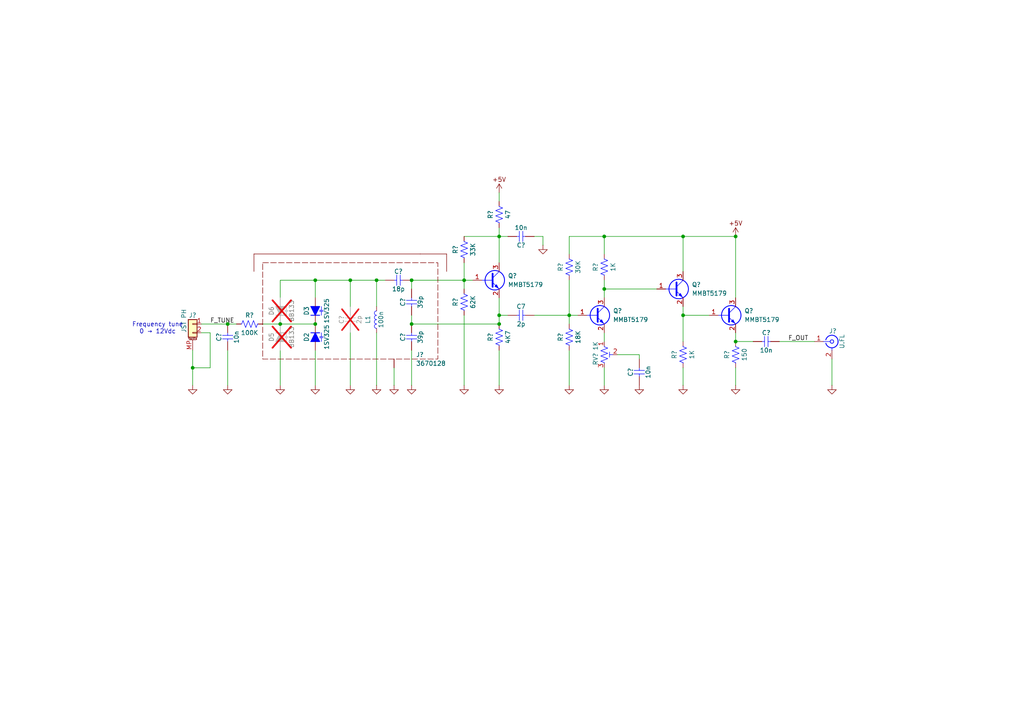
<source format=kicad_sch>
(kicad_sch (version 20250114) (generator "eeschema") (generator_version "9.0")
  (paper "A4")
  (title_block (title "Seiler VFO"))
  (lib_symbols
    (symbol "#gplm:cap/CAP-0000-0020" (pin_numbers (hide yes)) (pin_names (offset 0.254))
      (property "Reference" "C" (at 1.27 2.54 0))
      (property "Value" "2p" (at 1.27 -2.54 0))
      (symbol "cap/CAP-0000-0020_1_1"
        (polyline (pts (xy 0.762 0) (xy 0 0)) (stroke (width 0) (color 0 0 255 1)))
        (polyline (pts (xy 0.762 -1.524) (xy 0.762 1.524)) (stroke (width 0) (color 0 0 255 1)))
        (polyline (pts (xy 1.778 0) (xy 2.54 0)) (stroke (width 0) (color 0 0 255 1)))
        (polyline (pts (xy 1.778 -1.524) (xy 1.778 1.524)) (stroke (width 0) (color 0 0 255 1)))
        (pin passive line (at -2.54 0 0) (length 2.54) (name "~") (number "1"))
        (pin passive line (at 5.08 0 180) (length 2.54) (name "~") (number "2"))
      )
    )
    (symbol "#gplm:cap/CAP-0000-0103" (pin_numbers (hide yes)) (pin_names (offset 0.254))
      (property "Reference" "C" (at 1.27 2.54 0))
      (property "Value" "10n" (at 1.27 -2.54 0))
      (symbol "cap/CAP-0000-0103_1_1"
        (polyline (pts (xy 0.762 0) (xy 0 0)) (stroke (width 0) (color 0 0 255 1)))
        (polyline (pts (xy 0.762 -1.524) (xy 0.762 1.524)) (stroke (width 0) (color 0 0 255 1)))
        (polyline (pts (xy 1.778 0) (xy 2.54 0)) (stroke (width 0) (color 0 0 255 1)))
        (polyline (pts (xy 1.778 -1.524) (xy 1.778 1.524)) (stroke (width 0) (color 0 0 255 1)))
        (pin passive line (at -2.54 0 0) (length 2.54) (name "~") (number "1"))
        (pin passive line (at 5.08 0 180) (length 2.54) (name "~") (number "2"))
      )
    )
    (symbol "#gplm:cap/CAP-0000-0180" (pin_numbers (hide yes)) (pin_names (offset 0.254))
      (property "Reference" "C" (at 1.27 2.54 0))
      (property "Value" "18p" (at 1.27 -2.54 0))
      (symbol "cap/CAP-0000-0180_1_1"
        (polyline (pts (xy 0.762 0) (xy 0 0)) (stroke (width 0) (color 0 0 255 1)))
        (polyline (pts (xy 0.762 -1.524) (xy 0.762 1.524)) (stroke (width 0) (color 0 0 255 1)))
        (polyline (pts (xy 1.778 0) (xy 2.54 0)) (stroke (width 0) (color 0 0 255 1)))
        (polyline (pts (xy 1.778 -1.524) (xy 1.778 1.524)) (stroke (width 0) (color 0 0 255 1)))
        (pin passive line (at -2.54 0 0) (length 2.54) (name "~") (number "1"))
        (pin passive line (at 5.08 0 180) (length 2.54) (name "~") (number "2"))
      )
    )
    (symbol "#gplm:cap/CAP-0000-0390" (pin_numbers (hide yes)) (pin_names (offset 0.254))
      (property "Reference" "C" (at 1.27 2.54 0))
      (property "Value" "39p" (at 1.27 -2.54 0))
      (symbol "cap/CAP-0000-0390_1_1"
        (polyline (pts (xy 0.762 0) (xy 0 0)) (stroke (width 0) (color 0 0 255 1)))
        (polyline (pts (xy 0.762 -1.524) (xy 0.762 1.524)) (stroke (width 0) (color 0 0 255 1)))
        (polyline (pts (xy 1.778 0) (xy 2.54 0)) (stroke (width 0) (color 0 0 255 1)))
        (polyline (pts (xy 1.778 -1.524) (xy 1.778 1.524)) (stroke (width 0) (color 0 0 255 1)))
        (pin passive line (at -2.54 0 0) (length 2.54) (name "~") (number "1"))
        (pin passive line (at 5.08 0 180) (length 2.54) (name "~") (number "2"))
      )
    )
    (symbol "#gplm:con/CON-0000-0002" (pin_names (offset 1.016) (hide yes))
      (property "Reference" "J" (at 0 2.54 0))
      (property "Value" "JST PH" (at -2.54 -3.81 90))
      (symbol "con/CON-0000-0002_1_1"
        (polyline (pts (xy 1.016 -4.572) (xy -1.016 -4.572)) (stroke (width 0.1524)))
        (rectangle (start 1.27 1.27) (end -1.27 -3.81) (stroke (width 0.254)) (fill (type background)))
        (rectangle (start 1.27 0.127) (end 0 -0.127) (stroke (width 0.1524)))
        (rectangle (start 1.27 -2.413) (end 0 -2.667) (stroke (width 0.1524)))
        (text "Mounting" (at 0 -4.191 0) (effects (font (size 0.381 0.381))))
        (pin passive line (at 0 -7.62 90) (length 3.048) (name "MountPin") (number "MP"))
        (pin passive line (at 2.54 0 180) (length 1.27) (name "Pin_1") (number "1"))
        (pin passive line (at 2.54 -2.54 180) (length 1.27) (name "Pin_2") (number "2"))
      )
    )
    (symbol "#gplm:con/CON-0001-0000" (pin_names (offset 1.016) (hide yes))
      (property "Reference" "J" (at 0.254 3.048 0))
      (property "Value" "U.FL" (at 2.921 0 90))
      (symbol "con/CON-0001-0000_0_1"
        (polyline (pts (xy -2.54 0) (xy -0.508 0)) (stroke (width 0) (color 0 0 255 1)))
        (arc (start 1.778 0) (mid 0.222 -1.8079) (end -1.778 -0.508) (stroke (width 0.254) (color 0 0 255 1)))
        (arc (start -1.778 0.508) (mid 0.2221 1.8084) (end 1.778 0) (stroke (width 0.254) (color 0 0 255 1)))
        (circle (center 0 0) (radius 0.508) (stroke (width 0.2032) (color 0 0 255 1)))
        (polyline (pts (xy 0 -2.54) (xy 0 -1.778)) (stroke (width 0) (color 0 0 255 1)))
      )
      (symbol "con/CON-0001-0000_1_1"
        (pin passive line (at -5.08 0 0) (length 2.54) (name "In") (number "1"))
        (pin passive line (at 0 -5.08 90) (length 2.54) (name "Ext") (number "2"))
      )
    )
    (symbol "#gplm:dio/DIO-0000-0001" (pin_numbers (hide yes)) (pin_names (offset 1.016) (hide yes))
      (property "Reference" "D" (at 1.27 2.54 0))
      (property "Value" "1SV325" (at 1.27 -3.302 0))
      (symbol "dio/DIO-0000-0001_0_1"
        (polyline (pts (xy 0 1.27) (xy 0 -1.27)) (stroke (width 0.254) (color 0 0 255 1)))
        (polyline (pts (xy 0 0) (xy 2.54 0)) (stroke (width 0) (color 0 0 255 1)))
        (polyline (pts (xy 0 -1.778) (xy 1.1176 -1.778)) (stroke (width 0) (color 0 0 255 1)))
        (polyline (pts (xy 1.1176 -1.27) (xy 1.1176 -2.286)) (stroke (width 0) (color 0 0 255 1)))
        (polyline (pts (xy 1.4224 -1.27) (xy 1.4224 -2.286)) (stroke (width 0) (color 0 0 255 1)))
        (polyline (pts (xy 1.4224 -1.778) (xy 2.54 -1.778)) (stroke (width 0) (color 0 0 255 1)))
        (polyline (pts (xy 2.54 1.27) (xy 2.54 -1.27) (xy 0 0) (xy 2.54 1.27)) (stroke (width 0.254) (color 0 0 255 1)) (fill (type outline)))
      )
      (symbol "dio/DIO-0000-0001_1_1"
        (pin passive line (at -2.54 0 0) (length 2.54) (name "K") (number "1"))
        (pin passive line (at 5.08 0 180) (length 2.54) (name "A") (number "2"))
      )
    )
    (symbol "#gplm:dio/DIO-0000-0002" (pin_numbers (hide yes)) (pin_names (offset 1.016) (hide yes))
      (property "Reference" "D" (at 1.27 2.54 0))
      (property "Value" "BB133" (at 1.27 -3.302 0))
      (symbol "dio/DIO-0000-0002_0_1"
        (polyline (pts (xy 0 1.27) (xy 0 -1.27)) (stroke (width 0.254) (color 0 0 255 1)))
        (polyline (pts (xy 0 0) (xy 2.54 0)) (stroke (width 0) (color 0 0 255 1)))
        (polyline (pts (xy 0 -1.778) (xy 1.1176 -1.778)) (stroke (width 0) (color 0 0 255 1)))
        (polyline (pts (xy 1.1176 -1.27) (xy 1.1176 -2.286)) (stroke (width 0) (color 0 0 255 1)))
        (polyline (pts (xy 1.4224 -1.27) (xy 1.4224 -2.286)) (stroke (width 0) (color 0 0 255 1)))
        (polyline (pts (xy 1.4224 -1.778) (xy 2.54 -1.778)) (stroke (width 0) (color 0 0 255 1)))
        (polyline (pts (xy 2.54 1.27) (xy 2.54 -1.27) (xy 0 0) (xy 2.54 1.27)) (stroke (width 0.254) (color 0 0 255 1)) (fill (type outline)))
      )
      (symbol "dio/DIO-0000-0002_1_1"
        (pin passive line (at -2.54 0 0) (length 2.54) (name "K") (number "1"))
        (pin passive line (at 5.08 0 180) (length 2.54) (name "A") (number "2"))
      )
    )
    (symbol "#gplm:ind/IND-0000-0101" (pin_numbers (hide yes)) (pin_names (offset 1.016) (hide yes))
      (property "Reference" "L" (at 1.27 2.54 0))
      (property "Value" "100n" (at 1.27 -1.27 0))
      (symbol "ind/IND-0000-0101_0_1"
        (arc (start -1.27 0) (mid -0.635 0.6323) (end 0 0) (stroke (width 0) (color 0 0 255 1)))
        (arc (start 0 0) (mid 0.635 0.6323) (end 1.27 0) (stroke (width 0) (color 0 0 255 1)))
        (arc (start 1.27 0) (mid 1.905 0.6323) (end 2.54 0) (stroke (width 0) (color 0 0 255 1)))
        (arc (start 2.54 0) (mid 3.175 0.6323) (end 3.81 0) (stroke (width 0) (color 0 0 255 1)))
      )
      (symbol "ind/IND-0000-0101_1_1"
        (pin passive line (at -2.54 0 0) (length 1.27) (name "1") (number "1"))
        (pin passive line (at 5.08 0 180) (length 1.27) (name "2") (number "2"))
      )
    )
    (symbol "#gplm:res/RES-0000-0470" (pin_numbers (hide yes)) (pin_names (offset 0))
      (property "Reference" "R" (at 1.27 2.54 0))
      (property "Value" "47E" (at 1.27 -2.54 0))
      (symbol "res/RES-0000-0470_0_1"
        (polyline (pts (xy -1.016 0) (xy -1.27 0)) (stroke (width 0) (color 0 0 255 1)))
        (polyline (pts (xy -1.016 0) (xy -0.635 1.016) (xy -0.254 0) (xy 0.127 -1.016) (xy 0.508 0)) (stroke (width 0) (color 0 0 255 1)))
        (polyline (pts (xy 0.508 0) (xy 0.889 1.016) (xy 1.27 0) (xy 1.651 -1.016) (xy 2.032 0)) (stroke (width 0) (color 0 0 255 1)))
        (polyline (pts (xy 2.032 0) (xy 2.413 1.016) (xy 2.794 0) (xy 3.175 -1.016) (xy 3.556 0)) (stroke (width 0) (color 0 0 255 1)))
        (polyline (pts (xy 3.556 0) (xy 3.81 0)) (stroke (width 0) (color 0 0 255 1)))
      )
      (symbol "res/RES-0000-0470_1_1"
        (pin passive line (at -2.54 0 0) (length 1.27) (name "~") (number "1"))
        (pin passive line (at 5.08 0 180) (length 1.27) (name "~") (number "2"))
      )
    )
    (symbol "#gplm:res/RES-0000-1001" (pin_numbers (hide yes)) (pin_names (offset 0))
      (property "Reference" "R" (at 1.27 2.54 0))
      (property "Value" "1K" (at 1.27 -2.54 0))
      (symbol "res/RES-0000-1001_0_1"
        (polyline (pts (xy -1.016 0) (xy -1.27 0)) (stroke (width 0) (color 0 0 255 1)))
        (polyline (pts (xy -1.016 0) (xy -0.635 1.016) (xy -0.254 0) (xy 0.127 -1.016) (xy 0.508 0)) (stroke (width 0) (color 0 0 255 1)))
        (polyline (pts (xy 0.508 0) (xy 0.889 1.016) (xy 1.27 0) (xy 1.651 -1.016) (xy 2.032 0)) (stroke (width 0) (color 0 0 255 1)))
        (polyline (pts (xy 2.032 0) (xy 2.413 1.016) (xy 2.794 0) (xy 3.175 -1.016) (xy 3.556 0)) (stroke (width 0) (color 0 0 255 1)))
        (polyline (pts (xy 3.556 0) (xy 3.81 0)) (stroke (width 0) (color 0 0 255 1)))
      )
      (symbol "res/RES-0000-1001_1_1"
        (pin passive line (at -2.54 0 0) (length 1.27) (name "~") (number "1"))
        (pin passive line (at 5.08 0 180) (length 1.27) (name "~") (number "2"))
      )
    )
    (symbol "#gplm:res/RES-0000-1003" (pin_numbers (hide yes)) (pin_names (offset 0))
      (property "Reference" "R" (at 1.27 2.54 0))
      (property "Value" "100K" (at 1.27 -2.54 0))
      (symbol "res/RES-0000-1003_0_1"
        (polyline (pts (xy -1.016 0) (xy -1.27 0)) (stroke (width 0) (color 0 0 255 1)))
        (polyline (pts (xy -1.016 0) (xy -0.635 1.016) (xy -0.254 0) (xy 0.127 -1.016) (xy 0.508 0)) (stroke (width 0) (color 0 0 255 1)))
        (polyline (pts (xy 0.508 0) (xy 0.889 1.016) (xy 1.27 0) (xy 1.651 -1.016) (xy 2.032 0)) (stroke (width 0) (color 0 0 255 1)))
        (polyline (pts (xy 2.032 0) (xy 2.413 1.016) (xy 2.794 0) (xy 3.175 -1.016) (xy 3.556 0)) (stroke (width 0) (color 0 0 255 1)))
        (polyline (pts (xy 3.556 0) (xy 3.81 0)) (stroke (width 0) (color 0 0 255 1)))
      )
      (symbol "res/RES-0000-1003_1_1"
        (pin passive line (at -2.54 0 0) (length 1.27) (name "~") (number "1"))
        (pin passive line (at 5.08 0 180) (length 1.27) (name "~") (number "2"))
      )
    )
    (symbol "#gplm:res/RES-0000-1500" (pin_numbers (hide yes)) (pin_names (offset 0))
      (property "Reference" "R" (at 1.27 2.54 0))
      (property "Value" "150E" (at 1.27 -2.54 0))
      (symbol "res/RES-0000-1500_0_1"
        (polyline (pts (xy -1.016 0) (xy -1.27 0)) (stroke (width 0) (color 0 0 255 1)))
        (polyline (pts (xy -1.016 0) (xy -0.635 1.016) (xy -0.254 0) (xy 0.127 -1.016) (xy 0.508 0)) (stroke (width 0) (color 0 0 255 1)))
        (polyline (pts (xy 0.508 0) (xy 0.889 1.016) (xy 1.27 0) (xy 1.651 -1.016) (xy 2.032 0)) (stroke (width 0) (color 0 0 255 1)))
        (polyline (pts (xy 2.032 0) (xy 2.413 1.016) (xy 2.794 0) (xy 3.175 -1.016) (xy 3.556 0)) (stroke (width 0) (color 0 0 255 1)))
        (polyline (pts (xy 3.556 0) (xy 3.81 0)) (stroke (width 0) (color 0 0 255 1)))
      )
      (symbol "res/RES-0000-1500_1_1"
        (pin passive line (at -2.54 0 0) (length 1.27) (name "~") (number "1"))
        (pin passive line (at 5.08 0 180) (length 1.27) (name "~") (number "2"))
      )
    )
    (symbol "#gplm:res/RES-0000-1802" (pin_numbers (hide yes)) (pin_names (offset 0))
      (property "Reference" "R" (at 1.27 2.54 0))
      (property "Value" "18K" (at 1.27 -2.54 0))
      (symbol "res/RES-0000-1802_0_1"
        (polyline (pts (xy -1.016 0) (xy -1.27 0)) (stroke (width 0) (color 0 0 255 1)))
        (polyline (pts (xy -1.016 0) (xy -0.635 1.016) (xy -0.254 0) (xy 0.127 -1.016) (xy 0.508 0)) (stroke (width 0) (color 0 0 255 1)))
        (polyline (pts (xy 0.508 0) (xy 0.889 1.016) (xy 1.27 0) (xy 1.651 -1.016) (xy 2.032 0)) (stroke (width 0) (color 0 0 255 1)))
        (polyline (pts (xy 2.032 0) (xy 2.413 1.016) (xy 2.794 0) (xy 3.175 -1.016) (xy 3.556 0)) (stroke (width 0) (color 0 0 255 1)))
        (polyline (pts (xy 3.556 0) (xy 3.81 0)) (stroke (width 0) (color 0 0 255 1)))
      )
      (symbol "res/RES-0000-1802_1_1"
        (pin passive line (at -2.54 0 0) (length 1.27) (name "~") (number "1"))
        (pin passive line (at 5.08 0 180) (length 1.27) (name "~") (number "2"))
      )
    )
    (symbol "#gplm:res/RES-0000-3002" (pin_numbers (hide yes)) (pin_names (offset 0))
      (property "Reference" "R" (at 1.27 2.54 0))
      (property "Value" "30K" (at 1.27 -2.54 0))
      (symbol "res/RES-0000-3002_0_1"
        (polyline (pts (xy -1.016 0) (xy -1.27 0)) (stroke (width 0) (color 0 0 255 1)))
        (polyline (pts (xy -1.016 0) (xy -0.635 1.016) (xy -0.254 0) (xy 0.127 -1.016) (xy 0.508 0)) (stroke (width 0) (color 0 0 255 1)))
        (polyline (pts (xy 0.508 0) (xy 0.889 1.016) (xy 1.27 0) (xy 1.651 -1.016) (xy 2.032 0)) (stroke (width 0) (color 0 0 255 1)))
        (polyline (pts (xy 2.032 0) (xy 2.413 1.016) (xy 2.794 0) (xy 3.175 -1.016) (xy 3.556 0)) (stroke (width 0) (color 0 0 255 1)))
        (polyline (pts (xy 3.556 0) (xy 3.81 0)) (stroke (width 0) (color 0 0 255 1)))
      )
      (symbol "res/RES-0000-3002_1_1"
        (pin passive line (at -2.54 0 0) (length 1.27) (name "~") (number "1"))
        (pin passive line (at 5.08 0 180) (length 1.27) (name "~") (number "2"))
      )
    )
    (symbol "#gplm:res/RES-0000-3302" (pin_numbers (hide yes)) (pin_names (offset 0))
      (property "Reference" "R" (at 1.27 2.54 0))
      (property "Value" "33K" (at 1.27 -2.54 0))
      (symbol "res/RES-0000-3302_0_1"
        (polyline (pts (xy -1.016 0) (xy -1.27 0)) (stroke (width 0) (color 0 0 255 1)))
        (polyline (pts (xy -1.016 0) (xy -0.635 1.016) (xy -0.254 0) (xy 0.127 -1.016) (xy 0.508 0)) (stroke (width 0) (color 0 0 255 1)))
        (polyline (pts (xy 0.508 0) (xy 0.889 1.016) (xy 1.27 0) (xy 1.651 -1.016) (xy 2.032 0)) (stroke (width 0) (color 0 0 255 1)))
        (polyline (pts (xy 2.032 0) (xy 2.413 1.016) (xy 2.794 0) (xy 3.175 -1.016) (xy 3.556 0)) (stroke (width 0) (color 0 0 255 1)))
        (polyline (pts (xy 3.556 0) (xy 3.81 0)) (stroke (width 0) (color 0 0 255 1)))
      )
      (symbol "res/RES-0000-3302_1_1"
        (pin passive line (at -2.54 0 0) (length 1.27) (name "~") (number "1"))
        (pin passive line (at 5.08 0 180) (length 1.27) (name "~") (number "2"))
      )
    )
    (symbol "#gplm:res/RES-0000-4701" (pin_numbers (hide yes)) (pin_names (offset 0))
      (property "Reference" "R" (at 1.27 2.54 0))
      (property "Value" "4K7" (at 1.27 -2.54 0))
      (symbol "res/RES-0000-4701_0_1"
        (polyline (pts (xy -1.016 0) (xy -1.27 0)) (stroke (width 0) (color 0 0 255 1)))
        (polyline (pts (xy -1.016 0) (xy -0.635 1.016) (xy -0.254 0) (xy 0.127 -1.016) (xy 0.508 0)) (stroke (width 0) (color 0 0 255 1)))
        (polyline (pts (xy 0.508 0) (xy 0.889 1.016) (xy 1.27 0) (xy 1.651 -1.016) (xy 2.032 0)) (stroke (width 0) (color 0 0 255 1)))
        (polyline (pts (xy 2.032 0) (xy 2.413 1.016) (xy 2.794 0) (xy 3.175 -1.016) (xy 3.556 0)) (stroke (width 0) (color 0 0 255 1)))
        (polyline (pts (xy 3.556 0) (xy 3.81 0)) (stroke (width 0) (color 0 0 255 1)))
      )
      (symbol "res/RES-0000-4701_1_1"
        (pin passive line (at -2.54 0 0) (length 1.27) (name "~") (number "1"))
        (pin passive line (at 5.08 0 180) (length 1.27) (name "~") (number "2"))
      )
    )
    (symbol "#gplm:res/RES-0000-6202" (pin_numbers (hide yes)) (pin_names (offset 0))
      (property "Reference" "R" (at 1.27 2.54 0))
      (property "Value" "62K" (at 1.27 -2.54 0))
      (symbol "res/RES-0000-6202_0_1"
        (polyline (pts (xy -1.016 0) (xy -1.27 0)) (stroke (width 0) (color 0 0 255 1)))
        (polyline (pts (xy -1.016 0) (xy -0.635 1.016) (xy -0.254 0) (xy 0.127 -1.016) (xy 0.508 0)) (stroke (width 0) (color 0 0 255 1)))
        (polyline (pts (xy 0.508 0) (xy 0.889 1.016) (xy 1.27 0) (xy 1.651 -1.016) (xy 2.032 0)) (stroke (width 0) (color 0 0 255 1)))
        (polyline (pts (xy 2.032 0) (xy 2.413 1.016) (xy 2.794 0) (xy 3.175 -1.016) (xy 3.556 0)) (stroke (width 0) (color 0 0 255 1)))
        (polyline (pts (xy 3.556 0) (xy 3.81 0)) (stroke (width 0) (color 0 0 255 1)))
      )
      (symbol "res/RES-0000-6202_1_1"
        (pin passive line (at -2.54 0 0) (length 1.27) (name "~") (number "1"))
        (pin passive line (at 5.08 0 180) (length 1.27) (name "~") (number "2"))
      )
    )
    (symbol "#gplm:rfm/RFM-0000-0001" (pin_numbers (hide yes)) (pin_names (offset 1.016) (hide yes))
      (property "Reference" "J" (at 0 3.81 0))
      (property "Value" "3670128" (at 0 1.27 0))
      (symbol "rfm/RFM-0000-0001_1_1"
        (pin passive line (at 0 -2.54 90) (length 2.54) (name "Shield") (number "1"))
      )
    )
    (symbol "#gplm:rvr/RVR-0000-1001" (pin_names (offset 1.016) (hide yes))
      (property "Reference" "RV" (at 1.27 -4.445 0))
      (property "Value" "1K" (at 1.27 -2.54 0))
      (symbol "rvr/RVR-0000-1001_0_1"
        (polyline (pts (xy -1.016 0) (xy -1.27 0)) (stroke (width 0) (color 0 0 255 1)))
        (polyline (pts (xy -1.016 0) (xy -0.635 1.016) (xy -0.254 0) (xy 0.127 -1.016) (xy 0.508 0)) (stroke (width 0) (color 0 0 255 1)))
        (polyline (pts (xy 0.508 1.524) (xy 2.032 1.524)) (stroke (width 0) (color 0 0 255 1)))
        (polyline (pts (xy 0.508 0) (xy 0.889 1.016) (xy 1.27 0) (xy 1.651 -1.016) (xy 2.032 0)) (stroke (width 0) (color 0 0 255 1)))
        (polyline (pts (xy 1.27 2.54) (xy 1.27 1.524)) (stroke (width 0) (color 0 0 255 1)))
        (polyline (pts (xy 2.032 0) (xy 2.413 1.016) (xy 2.794 0) (xy 3.175 -1.016) (xy 3.556 0)) (stroke (width 0) (color 0 0 255 1)))
        (polyline (pts (xy 3.556 0) (xy 3.81 0)) (stroke (width 0) (color 0 0 255 1)))
      )
      (symbol "rvr/RVR-0000-1001_1_1"
        (pin passive line (at -2.54 0 0) (length 1.27) (name "1") (number "1"))
        (pin passive line (at 1.27 3.81 270) (length 1.27) (name "2") (number "2"))
        (pin passive line (at 5.08 0 180) (length 1.27) (name "3") (number "3"))
      )
    )
    (symbol "#gplm:trs/TRS-0000-0000" (pin_names (offset 0) (hide yes))
      (property "Reference" "Q" (at 5.08 1.27 0))
      (property "Value" "MMBT5179" (at 5.08 -1.27 0))
      (symbol "trs/TRS-0000-0000_0_1"
        (polyline (pts (xy -2.54 0) (xy 0.635 0)) (stroke (width 0) (color 0 0 255 1)))
        (polyline (pts (xy 0.635 1.905) (xy 0.635 -1.905)) (stroke (width 0.508) (color 0 0 255 1)))
        (polyline (pts (xy 0.635 0.635) (xy 2.54 2.54)) (stroke (width 0) (color 0 0 255 1)))
        (polyline (pts (xy 0.635 -0.635) (xy 2.54 -2.54)) (stroke (width 0) (color 0 0 255 1)))
        (circle (center 1.27 0) (radius 2.8194) (stroke (width 0.254) (color 0 0 255 1)))
        (polyline (pts (xy 1.27 -1.778) (xy 1.778 -1.27) (xy 2.286 -2.286) (xy 1.27 -1.778)) (stroke (width 0) (color 0 0 255 1)) (fill (type outline)))
      )
      (symbol "trs/TRS-0000-0000_1_1"
        (pin passive line (at -5.08 0 0) (length 2.54) (name "B") (number "1"))
        (pin passive line (at 2.54 5.08 270) (length 2.54) (name "C") (number "3"))
        (pin passive line (at 2.54 -5.08 90) (length 2.54) (name "E") (number "2"))
      )
    )
    (symbol "power:+5V" (power) (pin_numbers (hide yes)) (pin_names (offset 0) (hide yes))
      (property "Value" "+5V" (at 0 3.556 0))
      (symbol "+5V_0_1"
        (polyline (pts (xy -0.762 1.27) (xy 0 2.54)))
        (polyline (pts (xy 0 2.54) (xy 0.762 1.27)))
        (polyline (pts (xy 0 0) (xy 0 2.54)))
      )
      (symbol "+5V_1_1"
        (pin power_in line (at 0 0 90) (length 0) (name "~") (number "1"))
      )
    )
    (symbol "power:GND" (power) (pin_numbers (hide yes)) (pin_names (offset 0) (hide yes))
      (property "Value" "GND" (at 0 -3.81 0))
      (symbol "GND_0_1"
        (polyline (pts (xy 0 0) (xy 0 -1.27) (xy 1.27 -1.27) (xy 0 -2.54) (xy -1.27 -1.27) (xy 0 -1.27)))
      )
      (symbol "GND_1_1"
        (pin power_in line (at 0 0 270) (length 0) (name "~") (number "1"))
      )
    )
  )
  (rectangle (start 76.2 76.2) (end 127 104.14) (stroke (width 0) (type dash) (color 128 0 0 1)))
  (text "Frequency tune\n0 → 12Vdc" (at 45.72 95.25 0) (effects (font (size 1.27 1.27))))
  (junction (at 109.22 81.28))
  (junction (at 144.78 93.98))
  (junction (at 144.78 68.58))
  (junction (at 119.38 93.98))
  (junction (at 91.44 93.98))
  (junction (at 55.88 106.68))
  (junction (at 175.26 68.58))
  (junction (at 144.78 91.44))
  (junction (at 101.6 81.28))
  (junction (at 213.36 99.06))
  (junction (at 119.38 81.28))
  (junction (at 134.62 81.28))
  (junction (at 213.36 68.58))
  (junction (at 175.26 83.82))
  (junction (at 165.1 91.44))
  (junction (at 81.28 93.98))
  (junction (at 198.12 68.58))
  (junction (at 198.12 91.44))
  (junction (at 66.04 93.98))
  (junction (at 91.44 81.28))
  (wire (pts (xy 144.78 86.36) (xy 144.78 91.44)))
  (wire (pts (xy 213.36 96.52) (xy 213.36 99.06)))
  (wire (pts (xy 134.62 81.28) (xy 137.16 81.28)))
  (wire (pts (xy 175.26 81.28) (xy 175.26 83.82)))
  (wire (pts (xy 213.36 99.06) (xy 218.44 99.06)))
  (wire (pts (xy 213.36 86.36) (xy 213.36 68.58)))
  (wire (pts (xy 175.26 83.82) (xy 190.5 83.82)))
  (wire (pts (xy 175.26 83.82) (xy 175.26 86.36)))
  (wire (pts (xy 213.36 68.58) (xy 198.12 68.58)))
  (wire (pts (xy 198.12 68.58) (xy 175.26 68.58)))
  (wire (pts (xy 76.2 93.98) (xy 81.28 93.98)))
  (wire (pts (xy 179.07 102.87) (xy 185.42 102.87)))
  (wire (pts (xy 134.62 76.2) (xy 134.62 81.28)))
  (wire (pts (xy 101.6 96.52) (xy 101.6 111.76)))
  (wire (pts (xy 213.36 106.68) (xy 213.36 111.76)))
  (wire (pts (xy 81.28 81.28) (xy 91.44 81.28)))
  (wire (pts (xy 55.88 106.68) (xy 60.96 106.68)))
  (wire (pts (xy 81.28 93.98) (xy 91.44 93.98)))
  (wire (pts (xy 119.38 83.82) (xy 119.38 81.28)))
  (wire (pts (xy 165.1 73.66) (xy 165.1 68.58)))
  (wire (pts (xy 119.38 81.28) (xy 134.62 81.28)))
  (wire (pts (xy 81.28 101.6) (xy 81.28 111.76)))
  (wire (pts (xy 198.12 91.44) (xy 198.12 99.06)))
  (wire (pts (xy 198.12 88.9) (xy 198.12 91.44)))
  (wire (pts (xy 101.6 81.28) (xy 101.6 88.9)))
  (wire (pts (xy 91.44 81.28) (xy 101.6 81.28)))
  (wire (pts (xy 91.44 101.6) (xy 91.44 111.76)))
  (wire (pts (xy 226.06 99.06) (xy 236.22 99.06)))
  (wire (pts (xy 157.48 68.58) (xy 154.94 68.58)))
  (wire (pts (xy 55.88 106.68) (xy 55.88 111.76)))
  (wire (pts (xy 55.88 101.6) (xy 55.88 106.68)))
  (wire (pts (xy 144.78 101.6) (xy 144.78 111.76)))
  (wire (pts (xy 109.22 96.52) (xy 109.22 111.76)))
  (wire (pts (xy 165.1 91.44) (xy 165.1 93.98)))
  (wire (pts (xy 60.96 96.52) (xy 60.96 106.68)))
  (wire (pts (xy 134.62 68.58) (xy 144.78 68.58)))
  (wire (pts (xy 165.1 81.28) (xy 165.1 91.44)))
  (wire (pts (xy 198.12 106.68) (xy 198.12 111.76)))
  (wire (pts (xy 134.62 91.44) (xy 134.62 111.76)))
  (wire (pts (xy 198.12 68.58) (xy 198.12 78.74)))
  (wire (pts (xy 58.42 96.52) (xy 60.96 96.52)))
  (wire (pts (xy 144.78 93.98) (xy 119.38 93.98)))
  (wire (pts (xy 185.42 102.87) (xy 185.42 104.14)))
  (wire (pts (xy 144.78 68.58) (xy 147.32 68.58)))
  (wire (pts (xy 91.44 81.28) (xy 91.44 86.36)))
  (wire (pts (xy 119.38 101.6) (xy 119.38 111.76)))
  (wire (pts (xy 165.1 68.58) (xy 175.26 68.58)))
  (wire (pts (xy 154.94 91.44) (xy 165.1 91.44)))
  (wire (pts (xy 114.3 106.68) (xy 114.3 111.76)))
  (wire (pts (xy 165.1 91.44) (xy 167.64 91.44)))
  (wire (pts (xy 101.6 81.28) (xy 109.22 81.28)))
  (wire (pts (xy 175.26 106.68) (xy 175.26 111.76)))
  (wire (pts (xy 144.78 55.88) (xy 144.78 58.42)))
  (wire (pts (xy 175.26 96.52) (xy 175.26 99.06)))
  (polyline (pts (xy 73.66 73.66) (xy 121.92 73.66)) (stroke (width 0) (type solid) (color 128 0 0 1)))
  (polyline (pts (xy 129.54 73.66) (xy 129.54 78.74)) (stroke (width 0) (type solid) (color 128 0 0 1)))
  (wire (pts (xy 119.38 93.98) (xy 119.38 91.44)))
  (wire (pts (xy 66.04 93.98) (xy 68.58 93.98)))
  (wire (pts (xy 58.42 93.98) (xy 66.04 93.98)))
  (wire (pts (xy 81.28 86.36) (xy 81.28 81.28)))
  (wire (pts (xy 134.62 81.28) (xy 134.62 83.82)))
  (polyline (pts (xy 73.66 78.74) (xy 73.66 73.66)) (stroke (width 0) (type solid) (color 128 0 0 1)))
  (wire (pts (xy 157.48 71.12) (xy 157.48 68.58)))
  (wire (pts (xy 144.78 66.04) (xy 144.78 68.58)))
  (polyline (pts (xy 121.92 73.66) (xy 129.54 73.66)) (stroke (width 0) (type solid) (color 128 0 0 1)))
  (wire (pts (xy 109.22 81.28) (xy 111.76 81.28)))
  (wire (pts (xy 144.78 91.44) (xy 144.78 93.98)))
  (wire (pts (xy 241.3 104.14) (xy 241.3 111.76)))
  (wire (pts (xy 144.78 68.58) (xy 144.78 76.2)))
  (wire (pts (xy 175.26 68.58) (xy 175.26 73.66)))
  (wire (pts (xy 165.1 101.6) (xy 165.1 111.76)))
  (wire (pts (xy 144.78 91.44) (xy 147.32 91.44)))
  (wire (pts (xy 109.22 81.28) (xy 109.22 88.9)))
  (wire (pts (xy 198.12 91.44) (xy 205.74 91.44)))
  (wire (pts (xy 66.04 101.6) (xy 66.04 111.76)))
  (label "F_TUNE" (at 60.96 93.98 0))
  (label "F_OUT" (at 228.6 99.06 0))
  (symbol (lib_id "#gplm:cap/CAP-0000-0103") (at 152.4 68.58 180) (unit 1)
    (property "Reference" "C?" (at 151.13 71.12 0))
    (property "Value" "10n" (at 151.13 66.04 0))
    (property "Footprint" "g-cap:C_0603_1608Metric" (effects (hide yes)))
    (property "Datasheet" "https://search.murata.co.jp/Ceramy/image/img/A01X/G101/ENG/GCM188R71H103KA37-01.pdf" (effects (hide yes)))
    (property "Description" "CAP CER 10NF 50V X7R 0603" (effects (hide yes)))
    (property "IPN" "CAP-0000-0103" (effects (hide yes)))
    (property "Manufacturer" "Murata Electronics" (effects (hide yes)))
    (property "MPN" "GCM188R71H103KA37D" (effects (hide yes)))
    (property "Capacitance" "10n" (effects (hide yes)))
    (property "Voltage" "50V" (effects (hide yes)))
    (property "Material" "X7R" (effects (hide yes)))
    (property "Tolerance" "±10%" (effects (hide yes)))
    (property "LCSC" "C57112" (effects (hide yes)))
  )
  (symbol (lib_id "power:GND") (at 185.42 111.76 0) (unit 1)
    (property "Reference" "#PWR?" (effects (hide yes)))
    (property "Value" "GND" (effects (hide yes)))
    (property "Description" "Power symbol creates a global label with name \"GND\" , ground" (effects (hide yes)))
  )
  (symbol (lib_id "#gplm:cap/CAP-0000-0180") (at 114.3 81.28 0) (unit 1)
    (property "Reference" "C?" (at 115.57 78.74 0))
    (property "Value" "18p" (at 115.57 83.82 0))
    (property "Footprint" "g-cap:C_0603_1608Metric" (effects (hide yes)))
    (property "Datasheet" "https://www.yageogroup.com/content/datasheet/asset/file/KEM_C1003_C0G_SMD" (effects (hide yes)))
    (property "Description" "CAP CER 18PF 50V C0G/NP0 0603" (effects (hide yes)))
    (property "IPN" "CAP-0000-0180" (effects (hide yes)))
    (property "Manufacturer" "KEMET" (effects (hide yes)))
    (property "MPN" "C0603C180J5GACTU" (effects (hide yes)))
    (property "Capacitance" "18p" (effects (hide yes)))
    (property "Voltage" "50V" (effects (hide yes)))
    (property "Material" "NP0" (effects (hide yes)))
    (property "Tolerance" "±5%" (effects (hide yes)))
    (property "LCSC" "C1647" (effects (hide yes)))
  )
  (symbol (lib_id "power:GND") (at 134.62 111.76 0) (unit 1)
    (property "Reference" "#PWR?" (effects (hide yes)))
    (property "Value" "GND" (effects (hide yes)))
    (property "Description" "Power symbol creates a global label with name \"GND\" , ground" (effects (hide yes)))
  )
  (symbol (lib_id "#gplm:res/RES-0000-6202") (at 134.62 88.9 90) (unit 1)
    (property "Reference" "R?" (at 132.08 87.63 0))
    (property "Value" "62K" (at 137.16 87.63 0))
    (property "Footprint" "g-res:R_0603_1608Metric" (effects (hide yes)))
    (property "Datasheet" "https://www.yageogroup.com/content/datasheet/asset/file/PYU-RC_GROUP_51_ROHS_L" (effects (hide yes)))
    (property "Description" "RES 62K OHM 1% 1/10W 0603" (effects (hide yes)))
    (property "IPN" "RES-0000-6202" (effects (hide yes)))
    (property "Manufacturer" "Yageo" (effects (hide yes)))
    (property "MPN" "RC0603FR-1362KL" (effects (hide yes)))
    (property "Resistance" "62K" (effects (hide yes)))
    (property "Tolerance" "1%" (effects (hide yes)))
    (property "LCSC" "C23221" (effects (hide yes)))
  )
  (symbol (lib_id "#gplm:res/RES-0000-4701") (at 144.78 99.06 90) (unit 1)
    (property "Reference" "R?" (at 142.24 97.79 0))
    (property "Value" "4K7" (at 147.32 97.79 0))
    (property "Footprint" "g-res:R_0603_1608Metric" (effects (hide yes)))
    (property "Datasheet" "https://www.yageogroup.com/content/datasheet/asset/file/PYU-RC_GROUP_51_ROHS_L" (effects (hide yes)))
    (property "Description" "RES 4.7K OHM 1% 1/10W 0603" (effects (hide yes)))
    (property "IPN" "RES-0000-4701" (effects (hide yes)))
    (property "Manufacturer" "Yageo" (effects (hide yes)))
    (property "MPN" "RC0603FR-074K7L" (effects (hide yes)))
    (property "Resistance" "4K7" (effects (hide yes)))
    (property "Tolerance" "1%" (effects (hide yes)))
    (property "LCSC" "C23162" (effects (hide yes)))
  )
  (symbol (lib_id "#gplm:cap/CAP-0000-0020") (at 101.6 93.98 90) (unit 1) (dnp yes)
    (property "Reference" "C?" (at 99.06 92.71 0))
    (property "Value" "2p" (at 104.14 92.71 0))
    (property "Footprint" "g-cap:C_0603_1608Metric" (effects (hide yes)))
    (property "Datasheet" "https://weblib.samsungsem.com/mlcc/mlcc-ec-data-sheet.do?partNumber=CL05Y105KP6VPN" (effects (hide yes)))
    (property "Description" "CAP CER 2PF 50V C0G/NP0 0603" (effects (hide yes)))
    (property "IPN" "CAP-0000-0020" (effects (hide yes)))
    (property "Manufacturer" "Samsung Electro-Mechanics" (effects (hide yes)))
    (property "MPN" "CL10C020CB8NNNC" (effects (hide yes)))
    (property "Capacitance" "2p" (effects (hide yes)))
    (property "Voltage" "50V" (effects (hide yes)))
    (property "Material" "NP0" (effects (hide yes)))
    (property "Tolerance" "±0.25pF" (effects (hide yes)))
    (property "LCSC" "C1650" (effects (hide yes)))
  )
  (symbol (lib_id "#gplm:con/CON-0001-0000") (at 241.3 99.06 0) (unit 1)
    (property "Reference" "J?" (at 241.554 96.012 0))
    (property "Value" "U.FL" (at 244.221 99.06 90))
    (property "Footprint" "g-con:U.FL_Hirose_U.FL-R-SMT-1_Vertical" (effects (hide yes)))
    (property "Datasheet" "https://mm.digikey.com/Volume0/opasdata/d220001/medias/docus/4832/EDC3-302540-10.tif.pdf" (effects (hide yes)))
    (property "Description" "CONN U.FL RCPT STR 50 OHM SMD" (effects (hide yes)))
    (property "IPN" "CON-0001-0000" (effects (hide yes)))
    (property "Manufacturer" "Hirose Electric Co Ltd" (effects (hide yes)))
    (property "MPN" "U.FL-R-SMT-1(10)" (effects (hide yes)))
    (property "Pins" "2" (effects (hide yes)))
    (property "LCSC" "C5137195" (effects (hide yes)))
  )
  (symbol (lib_id "power:+5V") (at 213.36 68.58 0) (unit 1)
    (property "Reference" "#PWR?" (effects (hide yes)))
    (property "Value" "+5V" (at 213.36 64.77 0))
    (property "Description" "Power symbol creates a global label with name \"+5V\"" (effects (hide yes)))
  )
  (symbol (lib_id "power:GND") (at 55.88 111.76 0) (unit 1)
    (property "Reference" "#PWR?" (effects (hide yes)))
    (property "Value" "GND" (effects (hide yes)))
    (property "Description" "Power symbol creates a global label with name \"GND\" , ground" (effects (hide yes)))
  )
  (symbol (lib_id "#gplm:res/RES-0000-1001") (at 198.12 104.14 90) (unit 1)
    (property "Reference" "R?" (at 195.58 102.87 0))
    (property "Value" "1K" (at 200.66 102.87 0))
    (property "Footprint" "g-res:R_0603_1608Metric" (effects (hide yes)))
    (property "Datasheet" "https://www.yageogroup.com/content/datasheet/asset/file/PYU-RC_GROUP_51_ROHS_L" (effects (hide yes)))
    (property "Description" "RES 1K OHM 1% 1/10W 0603" (effects (hide yes)))
    (property "IPN" "RES-0000-1001" (effects (hide yes)))
    (property "Manufacturer" "Yageo" (effects (hide yes)))
    (property "MPN" "RC0603FR-071KL" (effects (hide yes)))
    (property "Resistance" "1K" (effects (hide yes)))
    (property "Tolerance" "1%" (effects (hide yes)))
    (property "LCSC" "C21190" (effects (hide yes)))
  )
  (symbol (lib_id "power:+5V") (at 144.78 55.88 0) (unit 1)
    (property "Reference" "#PWR?" (effects (hide yes)))
    (property "Value" "+5V" (at 144.78 52.07 0))
    (property "Description" "Power symbol creates a global label with name \"+5V\"" (effects (hide yes)))
  )
  (symbol (lib_id "#gplm:res/RES-0000-3002") (at 165.1 78.74 90) (unit 1)
    (property "Reference" "R?" (at 162.56 77.47 0))
    (property "Value" "30K" (at 167.64 77.47 0))
    (property "Footprint" "g-res:R_0603_1608Metric" (effects (hide yes)))
    (property "Datasheet" "https://www.yageogroup.com/content/datasheet/asset/file/PYU-RC_GROUP_51_ROHS_L" (effects (hide yes)))
    (property "Description" "RES 30K OHM 1% 1/10W 0603" (effects (hide yes)))
    (property "IPN" "RES-0000-3002" (effects (hide yes)))
    (property "Manufacturer" "Yageo" (effects (hide yes)))
    (property "MPN" "RC0603FR-0730KL" (effects (hide yes)))
    (property "Resistance" "30K" (effects (hide yes)))
    (property "Tolerance" "1%" (effects (hide yes)))
    (property "LCSC" "C22984" (effects (hide yes)))
  )
  (symbol (lib_id "#gplm:dio/DIO-0000-0002") (at 81.28 96.52 90) (mirror x) (unit 1) (dnp yes)
    (property "Reference" "D5" (at 78.74 97.79 0))
    (property "Value" "BB133" (at 84.582 97.79 0))
    (property "Footprint" "g-dio:D_SOD-323" (effects (hide yes)))
    (property "Datasheet" "https://www.lcsc.com/datasheet/C5334579.pdf" (effects (hide yes)))
    (property "Description" "Diode VARACTOR 30V SINGLE" (effects (hide yes)))
    (property "IPN" "DIO-0000-0002" (effects (hide yes)))
    (property "Manufacturer" "Shikues" (effects (hide yes)))
    (property "MPN" "BB133" (effects (hide yes)))
    (property "Current" "/" (effects (hide yes)))
    (property "Voltage" "30V" (effects (hide yes)))
    (property "LCSC" "C5334579" (effects (hide yes)))
  )
  (symbol (lib_id "#gplm:cap/CAP-0000-0020") (at 149.86 91.44 0) (unit 1)
    (property "Reference" "C7" (at 151.13 88.9 0))
    (property "Value" "2p" (at 151.13 93.98 0))
    (property "Footprint" "g-cap:C_0603_1608Metric" (effects (hide yes)))
    (property "Datasheet" "https://weblib.samsungsem.com/mlcc/mlcc-ec-data-sheet.do?partNumber=CL05Y105KP6VPN" (effects (hide yes)))
    (property "Description" "CAP CER 2PF 50V C0G/NP0 0603" (effects (hide yes)))
    (property "IPN" "CAP-0000-0020" (effects (hide yes)))
    (property "Manufacturer" "Samsung Electro-Mechanics" (effects (hide yes)))
    (property "MPN" "CL10C020CB8NNNC" (effects (hide yes)))
    (property "Capacitance" "2p" (effects (hide yes)))
    (property "Voltage" "50V" (effects (hide yes)))
    (property "Material" "NP0" (effects (hide yes)))
    (property "Tolerance" "±0.25pF" (effects (hide yes)))
    (property "LCSC" "C1650" (effects (hide yes)))
  )
  (symbol (lib_id "power:GND") (at 175.26 111.76 0) (unit 1)
    (property "Reference" "#PWR?" (effects (hide yes)))
    (property "Value" "GND" (effects (hide yes)))
    (property "Description" "Power symbol creates a global label with name \"GND\" , ground" (effects (hide yes)))
  )
  (symbol (lib_id "#gplm:res/RES-0000-3302") (at 134.62 73.66 90) (unit 1)
    (property "Reference" "R?" (at 132.08 72.39 0))
    (property "Value" "33K" (at 137.16 72.39 0))
    (property "Footprint" "g-res:R_0603_1608Metric" (effects (hide yes)))
    (property "Datasheet" "https://www.yageogroup.com/content/datasheet/asset/file/PYU-RC_GROUP_51_ROHS_L" (effects (hide yes)))
    (property "Description" "RES 33K OHM 1% 1/10W 0603" (effects (hide yes)))
    (property "IPN" "RES-0000-3302" (effects (hide yes)))
    (property "Manufacturer" "Yageo" (effects (hide yes)))
    (property "MPN" "RC0603FR-0733KL" (effects (hide yes)))
    (property "Resistance" "33K" (effects (hide yes)))
    (property "Tolerance" "1%" (effects (hide yes)))
    (property "LCSC" "C4216" (effects (hide yes)))
  )
  (symbol (lib_id "#gplm:ind/IND-0000-0101") (at 109.22 93.98 90) (unit 1)
    (property "Reference" "L1" (at 106.68 92.71 0))
    (property "Value" "100n" (at 110.49 92.71 0))
    (property "Footprint" "g-ind:L_Wurth_WE-CAIR-4248" (effects (hide yes)))
    (property "Datasheet" "https://www.we-online.com/components/products/datasheet/744912210.pdf" (effects (hide yes)))
    (property "Description" "FIXED IND 100NH 1.7A 12.3 MOHM" (effects (hide yes)))
    (property "IPN" "IND-0000-0101" (effects (hide yes)))
    (property "Manufacturer" "Würth Elektronik" (effects (hide yes)))
    (property "MPN" "744912210" (effects (hide yes)))
    (property "Inductance" "100n" (effects (hide yes)))
    (property "Current" "1.7A" (effects (hide yes)))
    (property "LCSC" "C5182193" (effects (hide yes)))
  )
  (symbol (lib_id "#gplm:cap/CAP-0000-0390") (at 119.38 99.06 90) (unit 1)
    (property "Reference" "C?" (at 116.84 97.79 0))
    (property "Value" "39p" (at 121.92 97.79 0))
    (property "Footprint" "g-cap:C_0603_1608Metric" (effects (hide yes)))
    (property "Datasheet" "https://www.yageogroup.com/content/datasheet/asset/file/KEM_C1003_C0G_SMD" (effects (hide yes)))
    (property "Description" "CAP CER 39PF 50V C0G/NP0 0603" (effects (hide yes)))
    (property "IPN" "CAP-0000-0390" (effects (hide yes)))
    (property "Manufacturer" "KEMET" (effects (hide yes)))
    (property "MPN" "C0603C390J5GACTU" (effects (hide yes)))
    (property "Capacitance" "39p" (effects (hide yes)))
    (property "Voltage" "50V" (effects (hide yes)))
    (property "Material" "NP0" (effects (hide yes)))
    (property "Tolerance" "±5%" (effects (hide yes)))
    (property "LCSC" "C107049" (effects (hide yes)))
  )
  (symbol (lib_id "#gplm:cap/CAP-0000-0103") (at 66.04 99.06 90) (unit 1)
    (property "Reference" "C?" (at 63.5 97.79 0))
    (property "Value" "10n" (at 68.58 97.79 0))
    (property "Footprint" "g-cap:C_0603_1608Metric" (effects (hide yes)))
    (property "Datasheet" "https://search.murata.co.jp/Ceramy/image/img/A01X/G101/ENG/GCM188R71H103KA37-01.pdf" (effects (hide yes)))
    (property "Description" "CAP CER 10NF 50V X7R 0603" (effects (hide yes)))
    (property "IPN" "CAP-0000-0103" (effects (hide yes)))
    (property "Manufacturer" "Murata Electronics" (effects (hide yes)))
    (property "MPN" "GCM188R71H103KA37D" (effects (hide yes)))
    (property "Capacitance" "10n" (effects (hide yes)))
    (property "Voltage" "50V" (effects (hide yes)))
    (property "Material" "X7R" (effects (hide yes)))
    (property "Tolerance" "±10%" (effects (hide yes)))
    (property "LCSC" "C57112" (effects (hide yes)))
  )
  (symbol (lib_id "power:GND") (at 157.48 71.12 0) (unit 1)
    (property "Reference" "#PWR?" (effects (hide yes)))
    (property "Value" "GND" (effects (hide yes)))
    (property "Description" "Power symbol creates a global label with name \"GND\" , ground" (effects (hide yes)))
  )
  (symbol (lib_id "power:GND") (at 119.38 111.76 0) (unit 1)
    (property "Reference" "#PWR?" (effects (hide yes)))
    (property "Value" "GND" (effects (hide yes)))
    (property "Description" "Power symbol creates a global label with name \"GND\" , ground" (effects (hide yes)))
  )
  (symbol (lib_id "power:GND") (at 144.78 111.76 0) (unit 1)
    (property "Reference" "#PWR?" (effects (hide yes)))
    (property "Value" "GND" (effects (hide yes)))
    (property "Description" "Power symbol creates a global label with name \"GND\" , ground" (effects (hide yes)))
  )
  (symbol (lib_id "#gplm:res/RES-0000-1500") (at 213.36 104.14 90) (unit 1)
    (property "Reference" "R?" (at 210.82 102.87 0))
    (property "Value" "150" (at 215.9 102.87 0))
    (property "Footprint" "g-res:R_0603_1608Metric" (effects (hide yes)))
    (property "Datasheet" "https://www.yageogroup.com/content/datasheet/asset/file/PYU-RC_GROUP_51_ROHS_L" (effects (hide yes)))
    (property "Description" "RES 150 OHM 1% 1/10W 0603" (effects (hide yes)))
    (property "IPN" "RES-0000-1500" (effects (hide yes)))
    (property "Manufacturer" "Yageo" (effects (hide yes)))
    (property "MPN" "RC0603FR-07150RL" (effects (hide yes)))
    (property "Resistance" "150E" (effects (hide yes)))
    (property "Tolerance" "1%" (effects (hide yes)))
    (property "LCSC" "C22808" (effects (hide yes)))
  )
  (symbol (lib_id "power:GND") (at 66.04 111.76 0) (unit 1)
    (property "Reference" "#PWR?" (effects (hide yes)))
    (property "Value" "GND" (effects (hide yes)))
    (property "Description" "Power symbol creates a global label with name \"GND\" , ground" (effects (hide yes)))
  )
  (symbol (lib_id "#gplm:trs/TRS-0000-0000") (at 172.72 91.44 0) (unit 1)
    (property "Reference" "Q?" (at 177.8 90.1699 0) (effects (justify left)))
    (property "Value" "MMBT5179" (at 177.8 92.7099 0) (effects (justify left)))
    (property "Footprint" "g-SOT:SOT-23-3" (effects (hide yes)))
    (property "Datasheet" "https://www.onsemi.com/pub/Collateral/MMBT5179-D.PDF" (effects (hide yes)))
    (property "Description" "RF TRANS NPN 12V 2GHZ SOT-23-3" (effects (hide yes)))
    (property "IPN" "TRS-0000-0000" (effects (hide yes)))
    (property "Manufacturer" "onsemi" (effects (hide yes)))
    (property "MPN" "MMBT5179" (effects (hide yes)))
    (property "max(Vce)" "12" (effects (hide yes)))
    (property "max(Ic)" "50m" (effects (hide yes)))
    (property "LCSC" "C416012" (effects (hide yes)))
  )
  (symbol (lib_id "power:GND") (at 114.3 111.76 0) (unit 1)
    (property "Reference" "#PWR?" (effects (hide yes)))
    (property "Value" "GND" (effects (hide yes)))
    (property "Description" "Power symbol creates a global label with name \"GND\" , ground" (effects (hide yes)))
  )
  (symbol (lib_id "#gplm:res/RES-0000-1003") (at 71.12 93.98 0) (unit 1)
    (property "Reference" "R?" (at 72.39 91.44 0))
    (property "Value" "100K" (at 72.39 96.52 0))
    (property "Footprint" "g-res:R_0603_1608Metric" (effects (hide yes)))
    (property "Datasheet" "https://www.yageogroup.com/content/datasheet/asset/file/PYU-RC_GROUP_51_ROHS_L" (effects (hide yes)))
    (property "Description" "RES 100K OHM 1% 1/10W 0603" (effects (hide yes)))
    (property "IPN" "RES-0000-1003" (effects (hide yes)))
    (property "Manufacturer" "Yageo" (effects (hide yes)))
    (property "MPN" "RC0603FR-07100KL" (effects (hide yes)))
    (property "Resistance" "100K" (effects (hide yes)))
    (property "Tolerance" "1%" (effects (hide yes)))
    (property "LCSC" "C25803" (effects (hide yes)))
  )
  (symbol (lib_id "#gplm:cap/CAP-0000-0103") (at 220.98 99.06 0) (unit 1)
    (property "Reference" "C?" (at 222.25 96.52 0))
    (property "Value" "10n" (at 222.25 101.6 0))
    (property "Footprint" "g-cap:C_0603_1608Metric" (effects (hide yes)))
    (property "Datasheet" "https://search.murata.co.jp/Ceramy/image/img/A01X/G101/ENG/GCM188R71H103KA37-01.pdf" (effects (hide yes)))
    (property "Description" "CAP CER 10NF 50V X7R 0603" (effects (hide yes)))
    (property "IPN" "CAP-0000-0103" (effects (hide yes)))
    (property "Manufacturer" "Murata Electronics" (effects (hide yes)))
    (property "MPN" "GCM188R71H103KA37D" (effects (hide yes)))
    (property "Capacitance" "10n" (effects (hide yes)))
    (property "Voltage" "50V" (effects (hide yes)))
    (property "Material" "X7R" (effects (hide yes)))
    (property "Tolerance" "±10%" (effects (hide yes)))
    (property "LCSC" "C57112" (effects (hide yes)))
  )
  (symbol (lib_id "power:GND") (at 91.44 111.76 0) (unit 1)
    (property "Reference" "#PWR?" (effects (hide yes)))
    (property "Value" "GND" (effects (hide yes)))
    (property "Description" "Power symbol creates a global label with name \"GND\" , ground" (effects (hide yes)))
  )
  (symbol (lib_id "power:GND") (at 101.6 111.76 0) (unit 1)
    (property "Reference" "#PWR?" (effects (hide yes)))
    (property "Value" "GND" (effects (hide yes)))
    (property "Description" "Power symbol creates a global label with name \"GND\" , ground" (effects (hide yes)))
  )
  (symbol (lib_id "#gplm:cap/CAP-0000-0390") (at 119.38 88.9 90) (unit 1)
    (property "Reference" "C?" (at 116.84 87.63 0))
    (property "Value" "39p" (at 121.92 87.63 0))
    (property "Footprint" "g-cap:C_0603_1608Metric" (effects (hide yes)))
    (property "Datasheet" "https://www.yageogroup.com/content/datasheet/asset/file/KEM_C1003_C0G_SMD" (effects (hide yes)))
    (property "Description" "CAP CER 39PF 50V C0G/NP0 0603" (effects (hide yes)))
    (property "IPN" "CAP-0000-0390" (effects (hide yes)))
    (property "Manufacturer" "KEMET" (effects (hide yes)))
    (property "MPN" "C0603C390J5GACTU" (effects (hide yes)))
    (property "Capacitance" "39p" (effects (hide yes)))
    (property "Voltage" "50V" (effects (hide yes)))
    (property "Material" "NP0" (effects (hide yes)))
    (property "Tolerance" "±5%" (effects (hide yes)))
    (property "LCSC" "C107049" (effects (hide yes)))
  )
  (symbol (lib_id "#gplm:cap/CAP-0000-0103") (at 185.42 109.22 90) (unit 1)
    (property "Reference" "C?" (at 182.88 107.95 0))
    (property "Value" "10n" (at 187.96 107.95 0))
    (property "Footprint" "g-cap:C_0603_1608Metric" (effects (hide yes)))
    (property "Datasheet" "https://search.murata.co.jp/Ceramy/image/img/A01X/G101/ENG/GCM188R71H103KA37-01.pdf" (effects (hide yes)))
    (property "Description" "CAP CER 10NF 50V X7R 0603" (effects (hide yes)))
    (property "IPN" "CAP-0000-0103" (effects (hide yes)))
    (property "Manufacturer" "Murata Electronics" (effects (hide yes)))
    (property "MPN" "GCM188R71H103KA37D" (effects (hide yes)))
    (property "Capacitance" "10n" (effects (hide yes)))
    (property "Voltage" "50V" (effects (hide yes)))
    (property "Material" "X7R" (effects (hide yes)))
    (property "Tolerance" "±10%" (effects (hide yes)))
    (property "LCSC" "C57112" (effects (hide yes)))
  )
  (symbol (lib_id "power:GND") (at 109.22 111.76 0) (unit 1)
    (property "Reference" "#PWR?" (effects (hide yes)))
    (property "Value" "GND" (effects (hide yes)))
    (property "Description" "Power symbol creates a global label with name \"GND\" , ground" (effects (hide yes)))
  )
  (symbol (lib_id "#gplm:dio/DIO-0000-0001") (at 91.44 96.52 90) (mirror x) (unit 1)
    (property "Reference" "D2" (at 88.9 97.79 0))
    (property "Value" "1SV325" (at 94.742 97.79 0))
    (property "Footprint" "g-dio:D_SOD-523" (effects (hide yes)))
    (property "Datasheet" "https://toshiba.semicon-storage.com/info/docget.jsp?did=2860&prodName=1SV325" (effects (hide yes)))
    (property "Description" "DIODE VARACTOR 10V SINGLE ESC" (effects (hide yes)))
    (property "IPN" "DIO-0000-0001" (effects (hide yes)))
    (property "Manufacturer" "Toshiba Semiconductor and Storage" (effects (hide yes)))
    (property "MPN" "1SV325,H3F(T" (effects (hide yes)))
    (property "Current" "/" (effects (hide yes)))
    (property "Voltage" "10V" (effects (hide yes)))
    (property "LCSC" "C4153758" (effects (hide yes)))
  )
  (symbol (lib_id "#gplm:dio/DIO-0000-0001") (at 91.44 91.44 90) (unit 1)
    (property "Reference" "D3" (at 88.9 90.17 0))
    (property "Value" "1SV325" (at 94.742 90.17 0))
    (property "Footprint" "g-dio:D_SOD-523" (effects (hide yes)))
    (property "Datasheet" "https://toshiba.semicon-storage.com/info/docget.jsp?did=2860&prodName=1SV325" (effects (hide yes)))
    (property "Description" "DIODE VARACTOR 10V SINGLE ESC" (effects (hide yes)))
    (property "IPN" "DIO-0000-0001" (effects (hide yes)))
    (property "Manufacturer" "Toshiba Semiconductor and Storage" (effects (hide yes)))
    (property "MPN" "1SV325,H3F(T" (effects (hide yes)))
    (property "Current" "/" (effects (hide yes)))
    (property "Voltage" "10V" (effects (hide yes)))
    (property "LCSC" "C4153758" (effects (hide yes)))
  )
  (symbol (lib_id "power:GND") (at 213.36 111.76 0) (unit 1)
    (property "Reference" "#PWR?" (effects (hide yes)))
    (property "Value" "GND" (effects (hide yes)))
    (property "Description" "Power symbol creates a global label with name \"GND\" , ground" (effects (hide yes)))
  )
  (symbol (lib_id "power:GND") (at 241.3 111.76 0) (unit 1)
    (property "Reference" "#PWR?" (effects (hide yes)))
    (property "Value" "GND" (effects (hide yes)))
    (property "Description" "Power symbol creates a global label with name \"GND\" , ground" (effects (hide yes)))
  )
  (symbol (lib_id "#gplm:rfm/RFM-0000-0001") (at 114.3 104.14 0) (unit 1)
    (property "Reference" "J?" (at 120.65 102.87 0) (effects (justify left)))
    (property "Value" "3670128" (at 120.65 105.41 0) (effects (justify left)))
    (property "Footprint" "g-rfm:H_Wurth_WE-SHC-SEAMLESS-FRAME_3670128" (effects (hide yes)))
    (property "Datasheet" "https://www.we-online.com/components/products/datasheet/3670128.pdf" (effects (hide yes)))
    (property "Description" "WE-SHC TWO-PIECE SEAMLESS SHIELD" (effects (hide yes)))
    (property "IPN" "RFM-0000-0001" (effects (hide yes)))
    (property "Manufacturer" "Würth Elektronik" (effects (hide yes)))
    (property "MPN" "3670128" (effects (hide yes)))
    (property "LCSC" "C4365834" (effects (hide yes)))
  )
  (symbol (lib_id "#gplm:rvr/RVR-0000-1001") (at 175.26 101.6 270) (unit 1)
    (property "Reference" "RV?" (at 172.72 104.14 0))
    (property "Value" "1K" (at 172.72 100.33 0))
    (property "Footprint" "g-rvr:Potentiometer_Bourns_3314J_Vertical" (effects (hide yes)))
    (property "Datasheet" "https://www.bourns.com/docs/Product-Datasheets/3314.pdf" (effects (hide yes)))
    (property "Description" "TRIMMER 1K OHM 0.25W J LEAD TOP" (effects (hide yes)))
    (property "IPN" "RVR-0000-1001" (effects (hide yes)))
    (property "Manufacturer" "Bourns" (effects (hide yes)))
    (property "MPN" "3314J-1-102E" (effects (hide yes)))
    (property "Resistance" "1K" (effects (hide yes)))
    (property "Turns" "1" (effects (hide yes)))
    (property "Tolerance" "20.00%" (effects (hide yes)))
    (property "LCSC" "C124640" (effects (hide yes)))
  )
  (symbol (lib_id "#gplm:trs/TRS-0000-0000") (at 210.82 91.44 0) (unit 1)
    (property "Reference" "Q?" (at 215.9 90.1699 0) (effects (justify left)))
    (property "Value" "MMBT5179" (at 215.9 92.7099 0) (effects (justify left)))
    (property "Footprint" "g-SOT:SOT-23-3" (effects (hide yes)))
    (property "Datasheet" "https://www.onsemi.com/pub/Collateral/MMBT5179-D.PDF" (effects (hide yes)))
    (property "Description" "RF TRANS NPN 12V 2GHZ SOT-23-3" (effects (hide yes)))
    (property "IPN" "TRS-0000-0000" (effects (hide yes)))
    (property "Manufacturer" "onsemi" (effects (hide yes)))
    (property "MPN" "MMBT5179" (effects (hide yes)))
    (property "max(Vce)" "12" (effects (hide yes)))
    (property "max(Ic)" "50m" (effects (hide yes)))
    (property "LCSC" "C416012" (effects (hide yes)))
  )
  (symbol (lib_id "#gplm:trs/TRS-0000-0000") (at 142.24 81.28 0) (unit 1)
    (property "Reference" "Q?" (at 147.32 80.0099 0) (effects (justify left)))
    (property "Value" "MMBT5179" (at 147.32 82.5499 0) (effects (justify left)))
    (property "Footprint" "g-SOT:SOT-23-3" (effects (hide yes)))
    (property "Datasheet" "https://www.onsemi.com/pub/Collateral/MMBT5179-D.PDF" (effects (hide yes)))
    (property "Description" "RF TRANS NPN 12V 2GHZ SOT-23-3" (effects (hide yes)))
    (property "IPN" "TRS-0000-0000" (effects (hide yes)))
    (property "Manufacturer" "onsemi" (effects (hide yes)))
    (property "MPN" "MMBT5179" (effects (hide yes)))
    (property "max(Vce)" "12" (effects (hide yes)))
    (property "max(Ic)" "50m" (effects (hide yes)))
    (property "LCSC" "C416012" (effects (hide yes)))
  )
  (symbol (lib_id "#gplm:res/RES-0000-0470") (at 144.78 63.5 90) (unit 1)
    (property "Reference" "R?" (at 142.24 62.23 0))
    (property "Value" "47" (at 147.32 62.23 0))
    (property "Footprint" "g-res:R_0603_1608Metric" (effects (hide yes)))
    (property "Datasheet" "https://www.yageogroup.com/content/datasheet/asset/file/PYU-RC_GROUP_51_ROHS_L" (effects (hide yes)))
    (property "Description" "RES 47 OHM 1% 1/10W 0603" (effects (hide yes)))
    (property "IPN" "RES-0000-0470" (effects (hide yes)))
    (property "Manufacturer" "Yageo" (effects (hide yes)))
    (property "MPN" "RC0603FR-0747RL" (effects (hide yes)))
    (property "Resistance" "47E" (effects (hide yes)))
    (property "Tolerance" "1%" (effects (hide yes)))
    (property "LCSC" "C23182" (effects (hide yes)))
  )
  (symbol (lib_id "#gplm:dio/DIO-0000-0002") (at 81.28 91.44 90) (unit 1) (dnp yes)
    (property "Reference" "D6" (at 78.74 90.17 0))
    (property "Value" "BB133" (at 84.582 90.17 0))
    (property "Footprint" "g-dio:D_SOD-323" (effects (hide yes)))
    (property "Datasheet" "https://www.lcsc.com/datasheet/C5334579.pdf" (effects (hide yes)))
    (property "Description" "Diode VARACTOR 30V SINGLE" (effects (hide yes)))
    (property "IPN" "DIO-0000-0002" (effects (hide yes)))
    (property "Manufacturer" "Shikues" (effects (hide yes)))
    (property "MPN" "BB133" (effects (hide yes)))
    (property "Current" "/" (effects (hide yes)))
    (property "Voltage" "30V" (effects (hide yes)))
    (property "LCSC" "C5334579" (effects (hide yes)))
  )
  (symbol (lib_id "#gplm:trs/TRS-0000-0000") (at 195.58 83.82 0) (unit 1)
    (property "Reference" "Q?" (at 200.66 82.5499 0) (effects (justify left)))
    (property "Value" "MMBT5179" (at 200.66 85.0899 0) (effects (justify left)))
    (property "Footprint" "g-SOT:SOT-23-3" (effects (hide yes)))
    (property "Datasheet" "https://www.onsemi.com/pub/Collateral/MMBT5179-D.PDF" (effects (hide yes)))
    (property "Description" "RF TRANS NPN 12V 2GHZ SOT-23-3" (effects (hide yes)))
    (property "IPN" "TRS-0000-0000" (effects (hide yes)))
    (property "Manufacturer" "onsemi" (effects (hide yes)))
    (property "MPN" "MMBT5179" (effects (hide yes)))
    (property "max(Vce)" "12" (effects (hide yes)))
    (property "max(Ic)" "50m" (effects (hide yes)))
    (property "LCSC" "C416012" (effects (hide yes)))
  )
  (symbol (lib_id "#gplm:res/RES-0000-1802") (at 165.1 99.06 90) (unit 1)
    (property "Reference" "R?" (at 162.56 97.79 0))
    (property "Value" "18K" (at 167.64 97.79 0))
    (property "Footprint" "g-res:R_0603_1608Metric" (effects (hide yes)))
    (property "Datasheet" "https://www.yageogroup.com/content/datasheet/asset/file/PYU-RC_GROUP_51_ROHS_L" (effects (hide yes)))
    (property "Description" "RES 18K OHM 1% 1/10W 0603" (effects (hide yes)))
    (property "IPN" "RES-0000-1802" (effects (hide yes)))
    (property "Manufacturer" "Yageo" (effects (hide yes)))
    (property "MPN" "RC0603FR-0718KL" (effects (hide yes)))
    (property "Resistance" "18K" (effects (hide yes)))
    (property "Tolerance" "1%" (effects (hide yes)))
    (property "LCSC" "C25810" (effects (hide yes)))
  )
  (symbol (lib_id "#gplm:res/RES-0000-1001") (at 175.26 78.74 90) (unit 1)
    (property "Reference" "R?" (at 172.72 77.47 0))
    (property "Value" "1K" (at 177.8 77.47 0))
    (property "Footprint" "g-res:R_0603_1608Metric" (effects (hide yes)))
    (property "Datasheet" "https://www.yageogroup.com/content/datasheet/asset/file/PYU-RC_GROUP_51_ROHS_L" (effects (hide yes)))
    (property "Description" "RES 1K OHM 1% 1/10W 0603" (effects (hide yes)))
    (property "IPN" "RES-0000-1001" (effects (hide yes)))
    (property "Manufacturer" "Yageo" (effects (hide yes)))
    (property "MPN" "RC0603FR-071KL" (effects (hide yes)))
    (property "Resistance" "1K" (effects (hide yes)))
    (property "Tolerance" "1%" (effects (hide yes)))
    (property "LCSC" "C21190" (effects (hide yes)))
  )
  (symbol (lib_id "power:GND") (at 198.12 111.76 0) (unit 1)
    (property "Reference" "#PWR?" (effects (hide yes)))
    (property "Value" "GND" (effects (hide yes)))
    (property "Description" "Power symbol creates a global label with name \"GND\" , ground" (effects (hide yes)))
  )
  (symbol (lib_id "power:GND") (at 165.1 111.76 0) (unit 1)
    (property "Reference" "#PWR?" (effects (hide yes)))
    (property "Value" "GND" (effects (hide yes)))
    (property "Description" "Power symbol creates a global label with name \"GND\" , ground" (effects (hide yes)))
  )
  (symbol (lib_id "#gplm:con/CON-0000-0002") (at 55.88 93.98 0) (unit 1)
    (property "Reference" "J?" (at 55.88 91.44 0))
    (property "Value" "JST PH" (at 53.34 96.52 90) (effects (justify left)))
    (property "Footprint" "g-con:JST_PH_S2B-PH-SM4-TB_1x02-1MP_P2.00mm_Horizontal" (effects (hide yes)))
    (property "Datasheet" "https://www.jst-mfg.com/product/pdf/eng/ePH.pdf" (effects (hide yes)))
    (property "Description" "CONN HEADER SMD R/A 2POS 2MM" (effects (hide yes)))
    (property "IPN" "CON-0000-0002" (effects (hide yes)))
    (property "Manufacturer" "JST Sales America Inc." (effects (hide yes)))
    (property "MPN" "S2B-PH-SM4-TB" (effects (hide yes)))
    (property "Pins" "2" (effects (hide yes)))
    (property "LCSC" "C295747" (effects (hide yes)))
  )
  (symbol (lib_id "power:GND") (at 81.28 111.76 0) (unit 1)
    (property "Reference" "#PWR039" (effects (hide yes)))
    (property "Value" "GND" (effects (hide yes)))
    (property "Description" "Power symbol creates a global label with name \"GND\" , ground" (effects (hide yes)))
  )
)
</source>
